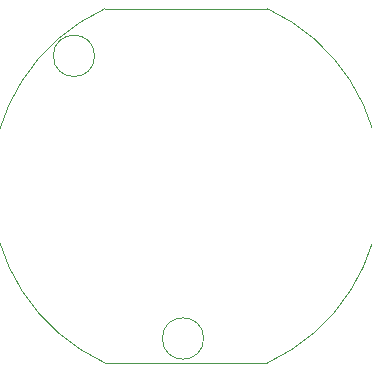
<source format=gko>
G04*
G04 #@! TF.GenerationSoftware,Altium Limited,Altium Designer,19.0.12 (326)*
G04*
G04 Layer_Color=9147313*
%FSLAX24Y24*%
%MOIN*%
G70*
G01*
G75*
%ADD14C,0.0010*%
%ADD83C,0.0020*%
D14*
X-2707Y5905D02*
G03*
X-2707Y-5905I2707J-5905D01*
G01*
X2707D02*
G03*
X2707Y5905I-2707J5905D01*
G01*
X-2707Y5906D02*
X2707D01*
X-2707Y-5906D02*
X2707D01*
D83*
X-3051Y4331D02*
G03*
X-3051Y4331I-689J0D01*
G01*
X581Y-5089D02*
G03*
X581Y-5089I-689J0D01*
G01*
M02*

</source>
